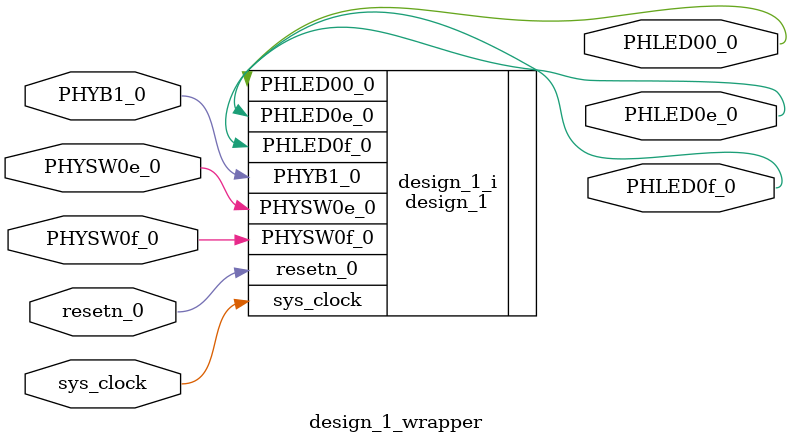
<source format=v>
`timescale 1 ps / 1 ps

module design_1_wrapper
   (PHLED00_0,
    PHLED0e_0,
    PHLED0f_0,
    PHYB1_0,
    PHYSW0e_0,
    PHYSW0f_0,
    resetn_0,
    sys_clock);
  output PHLED00_0;
  output PHLED0e_0;
  output PHLED0f_0;
  input PHYB1_0;
  input PHYSW0e_0;
  input PHYSW0f_0;
  input resetn_0;
  input sys_clock;

  wire PHLED00_0;
  wire PHLED0e_0;
  wire PHLED0f_0;
  wire PHYB1_0;
  wire PHYSW0e_0;
  wire PHYSW0f_0;
  wire resetn_0;
  wire sys_clock;

  design_1 design_1_i
       (.PHLED00_0(PHLED00_0),
        .PHLED0e_0(PHLED0e_0),
        .PHLED0f_0(PHLED0f_0),
        .PHYB1_0(PHYB1_0),
        .PHYSW0e_0(PHYSW0e_0),
        .PHYSW0f_0(PHYSW0f_0),
        .resetn_0(resetn_0),
        .sys_clock(sys_clock));
endmodule

</source>
